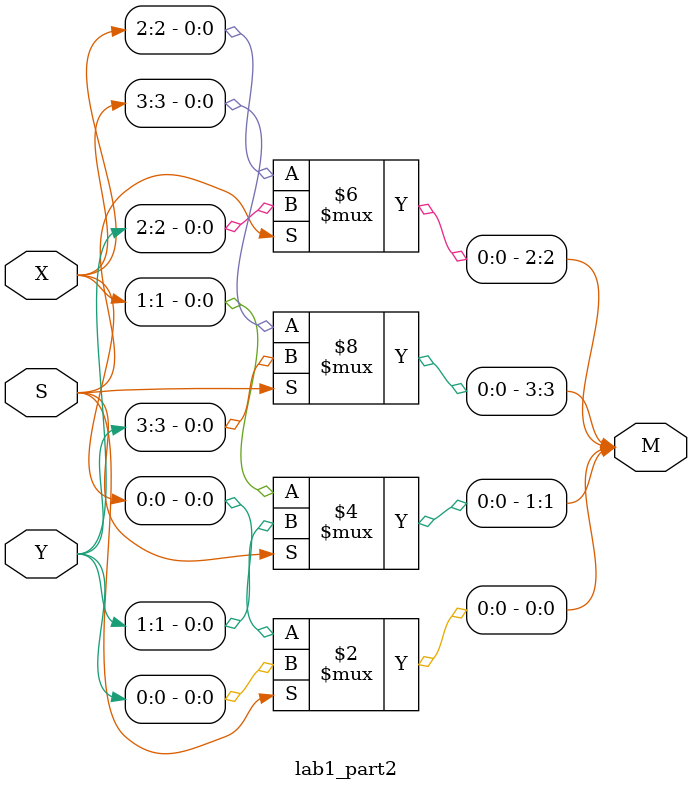
<source format=sv>
module lab1_part2(
  
  input [3:0] X, // Four-bit input X
  input [3:0] Y, // Four-bit input Y
  input S,       // Select input S
  output [3:0] M // Four-bit output M
);

  assign M[0] = (S == 0) ? X[0] : Y[0]; // Bit-wise multiplexer for each bit
  assign M[1] = (S == 0) ? X[1] : Y[1];
  assign M[2] = (S == 0) ? X[2] : Y[2];
  assign M[3] = (S == 0) ? X[3] : Y[3];

endmodule

</source>
